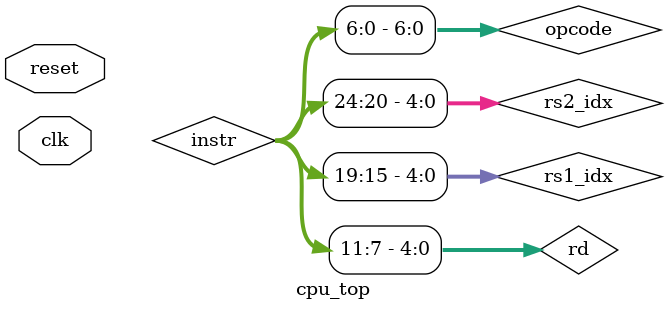
<source format=sv>
module cpu_top (
    input  logic clk,
    input  logic reset
);

    // ---------- Wires / Regs ----------
    logic [31:0] pc_current, pc_next, pc_plus4;
    logic [31:0] instr;
    logic [6:0]  opcode;
    logic [4:0]  rd, rs1_idx, rs2_idx;
    logic [2:0]  funct3;
    logic [6:0]  funct7;

    // Register file
    logic [31:0] rs1_val, rs2_val;
    logic        RegWrite;
    logic        MemRead;
    logic        MemWrite;
    logic        ALUSrc;      // selects alu_b
    logic        MemToReg1;   // original 1-bit MemToReg from control_unit
    logic [1:0]  ALUOp;

    // Imm
    logic [31:0] imm;

    // ALU inputs/outputs
    logic [31:0] alu_a, alu_b, alu_result;
    logic [3:0]  alu_ctrl;

    // Branch unit
    logic        take_branch;
    logic [31:0] branch_target;

    // Jump detection
    logic is_jal, is_jalr;

    // Data memory
    logic [31:0] mem_read_data;

    // Write-back
    logic [31:0] wb_data;
    logic [1:0]  MemToReg; // extended: 00=ALU,01=MEM,10=PC+4

    // PC MUX ctrl
    logic [1:0] PCSrc;

    // ALUSrcA (select between rs1 and pc for alu_a) - for AUIPC
    logic ALUSrcA;

    // pc_adder output (pc + 4)
    // pc_adder module we wrote before outputs "pc_next", use as pc_plus4
    // instantiate modules below

    // ---------- Modules instantiation ----------

    // Program Counter
    pc u_pc (
        .clk(clk),
        .reset(reset),
        .pc_next(pc_next),
        .pc_current(pc_current)
    );

    // PC adder (pc + 4)
    pc_adder u_pc_adder (
        .pc_current(pc_current),
        .pc_next(pc_plus4)
    );

    // Instruction memory (reads instruction at pc_current)
    instr_mem u_imem (
        .addr(pc_current),
        .instr(instr)
    );

    // Decode fields
    assign opcode   = instr[6:0];
    assign rd       = instr[11:7];
    assign funct3   = instr[14:12];
    assign rs1_idx  = instr[19:15];
    assign rs2_idx  = instr[24:20];
    assign funct7   = instr[31:25];

    // Immediate generator
    immgen u_imm (
        .instr(instr),
        .imm_out(imm)
    );

    // Control unit (from opcode)
    control_unit u_ctrl (
        .opcode(opcode),
        .RegWrite(RegWrite),
        .ALUSrc(ALUSrc),
        .MemRead(MemRead),
        .MemWrite(MemWrite),
        .MemToReg(MemToReg1),
        .Branch(/*ignored internal since we use Branch signal to branch_unit*/),
        .ALUOp(ALUOp)
    );
    // Note: If your control_unit module requires Branch output, adapt above line to capture it.
    // If it doesn't have MemToReg as single bit, adjust accordingly.

    // Register file (regunit)
    regunit u_regfile (
        .clk(clk),
        .we(RegWrite),
        .rs1(rs1_idx),
        .rs2(rs2_idx),
        .rd(rd),
        .wd(wb_data),
        .rd1(rs1_val),
        .rd2(rs2_val)
    );

    // ALU input A MUX (rs1 or pc_current) - ALUSrcA for AUIPC
    mux_alu_a u_mux_alu_a (
        .rs1(rs1_val),
        .pc_current(pc_current),
        .ALUSrcA(ALUSrcA),
        .alu_a(alu_a)
    );

    // ALU input B MUX (rs2 or imm)
    mux_alu_b u_mux_alu_b (
        .rs2(rs2_val),
        .imm(imm),
        .ALUSrc(ALUSrc),
        .alu_b(alu_b)
    );

    // ALU Control
    alu_control u_alu_ctrl (
        .ALUOp(ALUOp),
        .funct3(funct3),
        .funct7(funct7),
        .alu_ctrl(alu_ctrl)
    );

    // ALU
    alu u_alu (
        .a(alu_a),
        .b(alu_b),
        .alu_ctrl(alu_ctrl),
        .result(alu_result),
        .zero(/*optional*/)
    );

    // Branch unit
    branch_unit u_branch (
        .branch( /* use Branch detection from opcode */ (opcode == 7'b1100011) ), // branch-type opcode
        .funct3(funct3),
        .rs1_value(rs1_val),
        .rs2_value(rs2_val),
        .pc_current(pc_current),
        .imm(imm),
        .take_branch(take_branch),
        .branch_target(branch_target)
    );

    // Data memory
    data_mem u_dmem (
        .clk(clk),
        .MemWrite(MemWrite),
        .MemRead(MemRead),
        .addr(alu_result),
        .write_data(rs2_val),
        .read_data(mem_read_data)
    );

    // Build jump targets
    logic [31:0] jump_target_jal;
    logic [31:0] jump_target_jalr;
    logic [31:0] jump_target;

    assign jump_target_jal  = pc_current + imm;
    assign jump_target_jalr = (rs1_val + imm) & ~32'b1; // JALR: clear LSB (ensure alignment)
    assign is_jal  = (opcode == 7'b1101111);
    assign is_jalr = (opcode == 7'b1100111);

    assign jump_target = is_jal ? jump_target_jal : jump_target_jalr;

    // PC source selection
    // Priority: branch (if taken) > jump (JAL/JALR) > pc+4
    always_comb begin
        if (take_branch)
            PCSrc = 2'b01;
        else if (is_jal || is_jalr)
            PCSrc = 2'b10;
        else
            PCSrc = 2'b00;
    end

    // Choose next PC
    mux_pc u_mux_pc (
        .pc_plus4(pc_plus4),
        .branch_target(branch_target),
        .jump_target(jump_target),
        .PCSrc(PCSrc),
        .next_pc(pc_next)
    );

    // MemToReg extension: if JAL/JALR -> select PC+4 (2'b10), else use MemToReg1 (0/1)
    always_comb begin
        if (is_jal || is_jalr)
            MemToReg = 2'b10;
        else if (MemToReg1)
            MemToReg = 2'b01;
        else
            MemToReg = 2'b00;
    end

    // ALUSrcA logic: use PC for AUIPC (opcode 0010111) -> AUIPC uses PC as operand A
    assign ALUSrcA = (opcode == 7'b0010111);

    // Write-back multiplexer
    mux_wb u_mux_wb (
        .alu_result(alu_result),
        .mem_data(mem_read_data),
        .pc_plus4(pc_plus4),
        .MemToReg(MemToReg),
        .wb_data(wb_data)
    );

endmodule

</source>
